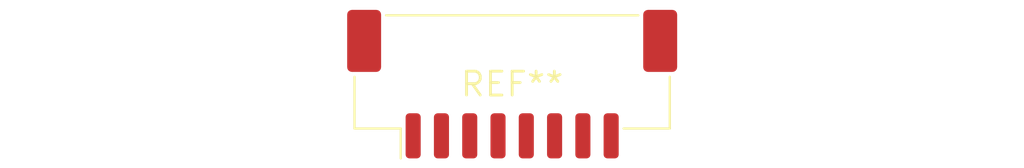
<source format=kicad_pcb>
(kicad_pcb (version 20240108) (generator pcbnew)
  (layers (0 "F.Cu" signal) (31 "B.Cu" signal) (34 "B.Paste" user) (35 "F.Paste" user) (36 "B.SilkS" user "B.Silkscreen") (37 "F.SilkS" user "F.Silkscreen") (38 "B.Mask" user) (39 "F.Mask" user) (44 "Edge.Cuts" user))
  (net 0 "")
  (footprint "JST_ZE_BM08B-ZESS-TBT_1x08-1MP_P1.50mm_Vertical" (layer "F.Cu") (at 0 0)
    (property "Reference" "REF**")
    (property "Value" "JST_ZE_BM08B-ZESS-TBT_1x08-1MP_P1.50mm_Vertical")
    (fp_line (start -8.36 -0.39) (end -8.36 2.36) (layer "F.SilkS") (stroke (width 0.12)))
    (fp_line (start -8.36 2.36) (end -5.91 2.36) (layer "F.SilkS") (stroke (width 0.12)))
    (fp_line (start -6.69 -3.66) (end 6.69 -3.66) (layer "F.SilkS") (stroke (width 0.12)))
    (fp_line (start -5.91 2.36) (end -5.91 3.95) (layer "F.SilkS") (stroke (width 0.12)))
    (fp_line (start 8.36 -0.39) (end 8.36 2.36) (layer "F.SilkS") (stroke (width 0.12)))
    (fp_line (start 8.36 2.36) (end 5.91 2.36) (layer "F.SilkS") (stroke (width 0.12)))
    (pad "1" smd roundrect (at -5.25 2.75) (size 0.8 2.4) (layers "F.Cu" "F.Paste" "F.Mask"))
    (pad "2" smd roundrect (at -3.75 2.75) (size 0.8 2.4) (layers "F.Cu" "F.Paste" "F.Mask"))
    (pad "3" smd roundrect (at -2.25 2.75) (size 0.8 2.4) (layers "F.Cu" "F.Paste" "F.Mask"))
    (pad "4" smd roundrect (at -0.75 2.75) (size 0.8 2.4) (layers "F.Cu" "F.Paste" "F.Mask"))
    (pad "5" smd roundrect (at 0.75 2.75) (size 0.8 2.4) (layers "F.Cu" "F.Paste" "F.Mask"))
    (pad "6" smd roundrect (at 2.25 2.75) (size 0.8 2.4) (layers "F.Cu" "F.Paste" "F.Mask"))
    (pad "7" smd roundrect (at 3.75 2.75) (size 0.8 2.4) (layers "F.Cu" "F.Paste" "F.Mask"))
    (pad "8" smd roundrect (at 5.25 2.75) (size 0.8 2.4) (layers "F.Cu" "F.Paste" "F.Mask"))
    (pad "MP" smd roundrect (at -7.85 -2.3) (size 1.8 3.3) (layers "F.Cu" "F.Paste" "F.Mask") (roundrect_rratio 0.138889))
    (pad "MP" smd roundrect (at 7.85 -2.3) (size 1.8 3.3) (layers "F.Cu" "F.Paste" "F.Mask") (roundrect_rratio 0.138889))
  )
)
</source>
